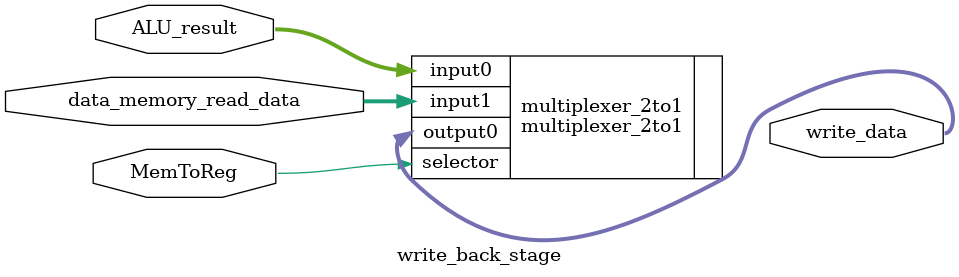
<source format=v>
`timescale 1ns / 1ps

module write_back_stage(
	input MemToReg, input[31:0] ALU_result, input[31:0] data_memory_read_data, 
	output[31:0] write_data
	);
		
	multiplexer_2to1 multiplexer_2to1(
		// inputs
		.input0(ALU_result),
		.input1(data_memory_read_data),
		.selector(MemToReg),
		// outputs
		.output0(write_data)
	);
	
endmodule

</source>
